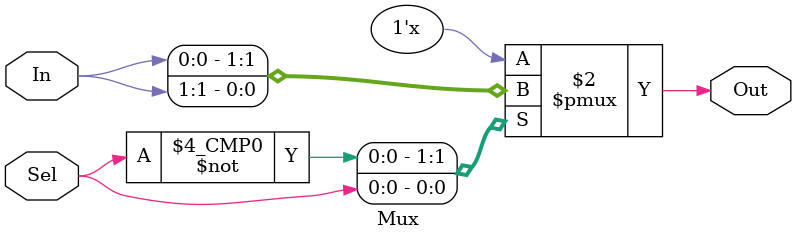
<source format=v>
module Mux (In,Sel,Out);

input [1:0] In;
output reg Out;
input Sel;

always @(In,Sel)
begin
    case (Sel)
        2'b00: Out = In[0];
        2'b01: Out = In[1];
    endcase
end
endmodule
</source>
